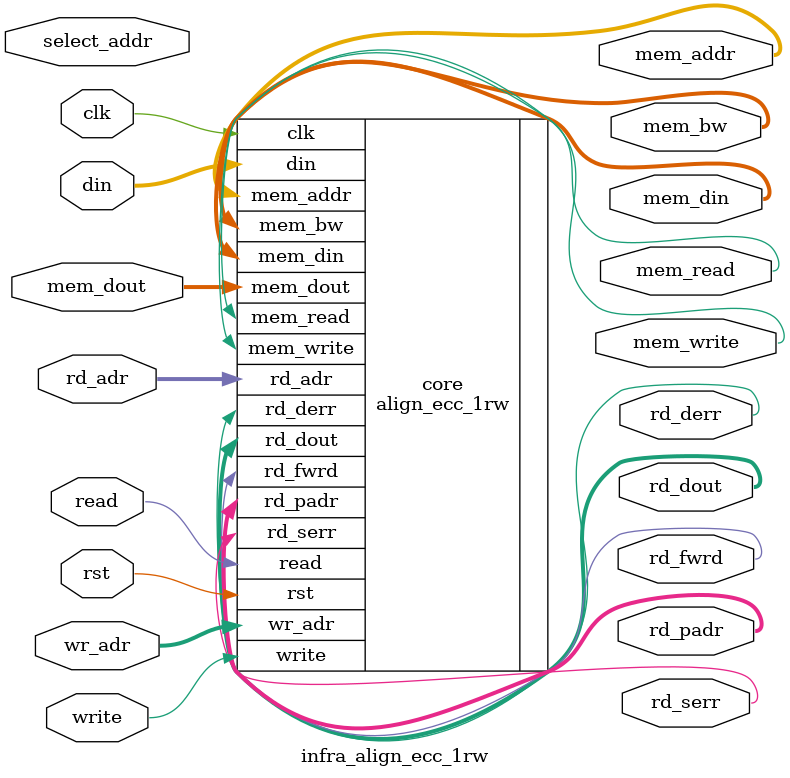
<source format=v>
module infra_align_ecc_1rw (write, wr_adr, din, read, rd_adr, rd_dout, rd_fwrd, rd_serr, rd_derr, rd_padr,
	                    mem_read, mem_write, mem_addr, mem_bw, mem_din, mem_dout,
		            clk, rst,
		            select_addr);

  parameter WIDTH = 32;
  parameter ENAPAR = 0;
  parameter ENAECC = 0;
  parameter ENADEC = 0;
  parameter ECCWDTH = 7;
  parameter NUMADDR = 1024;
  parameter BITADDR = 10;
  parameter NUMWRDS = 4;
  parameter BITWRDS = 2;
  parameter NUMSROW = 256;
  parameter BITSROW = 8;
  parameter BITPADR = 10;
  parameter SRAM_DELAY = 2;
  parameter FLOPGEN = 0;
  parameter FLOPCMD = 0;
  parameter FLOPMEM = 0;
  parameter FLOPOUT = 0;
  parameter RSTZERO = 0;

  parameter MEMWDTH = ENAPAR ? WIDTH+1 : ENAECC ? WIDTH+ECCWDTH : ENADEC ? 2*WIDTH+ECCWDTH : WIDTH;

  input write;
  input [BITADDR-1:0] wr_adr;
  input [WIDTH-1:0] din;
  input read;
  input [BITADDR-1:0] rd_adr;
  output [WIDTH-1:0] rd_dout;
  output             rd_fwrd;
  output             rd_serr;
  output             rd_derr;
  output [BITPADR-1:0] rd_padr;

  output mem_read;
  output mem_write;
  output [BITSROW-1:0] mem_addr;
  output [NUMWRDS*MEMWDTH-1:0] mem_bw;
  output [NUMWRDS*MEMWDTH-1:0] mem_din;
  input [NUMWRDS*MEMWDTH-1:0] mem_dout;

  input clk;
  input rst;

  input [BITADDR-1:0] select_addr;

  align_ecc_1rw #(.WIDTH (WIDTH), .ENAPAR (ENAPAR), .ENAECC (ENAECC), .ENADEC (ENADEC), .ECCWDTH (ECCWDTH), .NUMADDR (NUMADDR), .BITADDR (BITADDR),
                  .NUMWRDS (NUMWRDS), .BITWRDS (BITWRDS), .NUMSROW (NUMSROW), .BITSROW (BITSROW), .BITPADR (BITPADR),
                  .SRAM_DELAY (SRAM_DELAY), .FLOPGEN (FLOPGEN), .FLOPCMD (FLOPCMD), .FLOPMEM (FLOPMEM), .FLOPOUT (FLOPOUT))
    core (.write (write), .wr_adr (wr_adr), .din (din),
          .read (read), .rd_adr (rd_adr), .rd_dout (rd_dout),
          .rd_fwrd (rd_fwrd), .rd_serr (rd_serr), .rd_derr (rd_derr), .rd_padr (rd_padr),
          .mem_read (mem_read), .mem_write (mem_write), .mem_addr (mem_addr),
          .mem_bw (mem_bw), .mem_din (mem_din), .mem_dout (mem_dout),
          .clk (clk), .rst (rst));

`ifdef FORMAL
assume_select_addr_range: assume property (@(posedge clk) disable iff (rst) (select_addr < NUMADDR));
assume_select_addr_stable: assume property (@(posedge clk) disable iff (rst) $stable(select_addr));

ip_top_sva_align_ecc_1rw #(
     .WIDTH       (WIDTH),
     .ENAPAR      (ENAPAR),
     .ENAECC      (ENAECC),
     .ENADEC      (ENADEC),
     .ECCWDTH     (ECCWDTH),
     .NUMADDR     (NUMADDR),
     .BITADDR     (BITADDR),
     .NUMWRDS     (NUMWRDS),
     .BITWRDS     (BITWRDS),
     .NUMSROW     (NUMSROW),
     .BITSROW     (BITSROW),
     .SRAM_DELAY  (SRAM_DELAY),
     .FLOPGEN     (FLOPGEN),
     .FLOPCMD     (FLOPCMD),
     .FLOPMEM     (FLOPMEM),
     .FLOPOUT     (FLOPOUT),
     .RSTZERO     (RSTZERO))
ip_top_sva (.*);

ip_top_sva_2_align_ecc_1rw #(
     .NUMADDR     (NUMADDR),
     .BITADDR     (BITADDR),
     .NUMSROW     (NUMSROW),
     .BITSROW     (BITSROW))
ip_top_sva_2 (.*);

`elsif SIM_SVA

genvar sva_int;
// generate for (sva_int=0; sva_int<WIDTH; sva_int=sva_int+1) begin
generate for (sva_int=0; sva_int<1; sva_int=sva_int+1) begin: sva_loop
  wire [BITADDR-1:0] help_addr = sva_int;
ip_top_sva_align_ecc_1rw #(
     .WIDTH       (WIDTH),
     .ENAPAR      (ENAPAR),
     .ENAECC      (ENAECC),
     .ENADEC      (ENADEC),
     .ECCWDTH     (ECCWDTH),
     .NUMADDR     (NUMADDR),
     .BITADDR     (BITADDR),
     .NUMWRDS     (NUMWRDS),
     .BITWRDS     (BITWRDS),
     .NUMSROW     (NUMSROW),
     .BITSROW     (BITSROW),
     .SRAM_DELAY  (SRAM_DELAY),
     .FLOPGEN     (FLOPGEN),
     .FLOPCMD     (FLOPCMD),
     .FLOPMEM     (FLOPMEM),
     .FLOPOUT     (FLOPOUT),
     .RSTZERO     (RSTZERO))
ip_top_sva (.select_addr(help_addr), .*);
end
endgenerate

ip_top_sva_2_align_ecc_1rw #(
     .NUMADDR     (NUMADDR),
     .BITADDR     (BITADDR),
     .NUMSROW     (NUMSROW),
     .BITSROW     (BITSROW))
ip_top_sva_2 (.*);

`endif

endmodule

</source>
